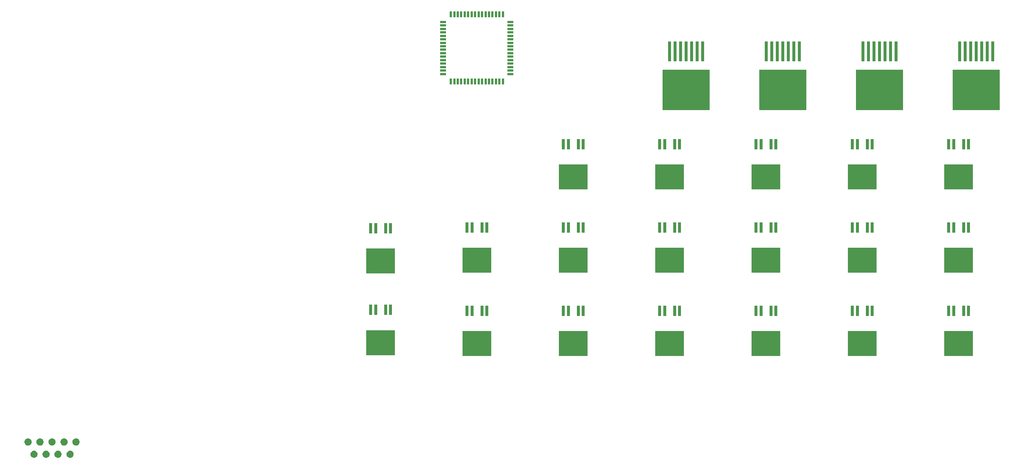
<source format=gtp>
G04*
G04 #@! TF.GenerationSoftware,Altium Limited,Altium Designer,18.1.7 (191)*
G04*
G04 Layer_Color=8421504*
%FSLAX44Y44*%
%MOMM*%
G71*
G01*
G75*
%ADD17R,1.4732X0.5080*%
%ADD18R,0.5080X1.4732*%
%ADD19R,0.8001X4.5999*%
%ADD20R,10.8001X9.3997*%
%ADD21R,0.8000X2.3500*%
%ADD22R,6.7000X5.7500*%
G36*
X2341728Y727142D02*
X2319528D01*
Y744542D01*
X2341728D01*
Y727142D01*
D02*
G37*
G36*
X2311928D02*
X2289728D01*
Y744542D01*
X2311928D01*
Y727142D01*
D02*
G37*
G36*
X2119932D02*
X2097732D01*
Y744542D01*
X2119932D01*
Y727142D01*
D02*
G37*
G36*
X2090132D02*
X2067932D01*
Y744542D01*
X2090132D01*
Y727142D01*
D02*
G37*
G36*
X1898137D02*
X1875937D01*
Y744542D01*
X1898137D01*
Y727142D01*
D02*
G37*
G36*
X1868337D02*
X1846137D01*
Y744542D01*
X1868337D01*
Y727142D01*
D02*
G37*
G36*
X1676341D02*
X1654141D01*
Y744542D01*
X1676341D01*
Y727142D01*
D02*
G37*
G36*
X1646541D02*
X1624341D01*
Y744542D01*
X1646541D01*
Y727142D01*
D02*
G37*
G36*
X1454546D02*
X1432346D01*
Y744542D01*
X1454546D01*
Y727142D01*
D02*
G37*
G36*
X1424746D02*
X1402546D01*
Y744542D01*
X1424746D01*
Y727142D01*
D02*
G37*
G36*
X2341728Y702142D02*
X2319528D01*
Y719542D01*
X2341728D01*
Y702142D01*
D02*
G37*
G36*
X2311928D02*
X2289728D01*
Y719542D01*
X2311928D01*
Y702142D01*
D02*
G37*
G36*
X2119932D02*
X2097732D01*
Y719542D01*
X2119932D01*
Y702142D01*
D02*
G37*
G36*
X2090132D02*
X2067932D01*
Y719542D01*
X2090132D01*
Y702142D01*
D02*
G37*
G36*
X1898137D02*
X1875937D01*
Y719542D01*
X1898137D01*
Y702142D01*
D02*
G37*
G36*
X1868337D02*
X1846137D01*
Y719542D01*
X1868337D01*
Y702142D01*
D02*
G37*
G36*
X1676341D02*
X1654141D01*
Y719542D01*
X1676341D01*
Y702142D01*
D02*
G37*
G36*
X1646541D02*
X1624341D01*
Y719542D01*
X1646541D01*
Y702142D01*
D02*
G37*
G36*
X1454546D02*
X1432346D01*
Y719542D01*
X1454546D01*
Y702142D01*
D02*
G37*
G36*
X1424746D02*
X1402546D01*
Y719542D01*
X1424746D01*
Y702142D01*
D02*
G37*
G36*
X2119932Y535190D02*
X2097732D01*
Y552590D01*
X2119932D01*
Y535190D01*
D02*
G37*
G36*
X2090132D02*
X2067932D01*
Y552590D01*
X2090132D01*
Y535190D01*
D02*
G37*
G36*
X1898137D02*
X1875937D01*
Y552590D01*
X1898137D01*
Y535190D01*
D02*
G37*
G36*
X1868337D02*
X1846137D01*
Y552590D01*
X1868337D01*
Y535190D01*
D02*
G37*
G36*
X1676341D02*
X1654141D01*
Y552590D01*
X1676341D01*
Y535190D01*
D02*
G37*
G36*
X1646541D02*
X1624341D01*
Y552590D01*
X1646541D01*
Y535190D01*
D02*
G37*
G36*
X1454546D02*
X1432346D01*
Y552590D01*
X1454546D01*
Y535190D01*
D02*
G37*
G36*
X1424746D02*
X1402546D01*
Y552590D01*
X1424746D01*
Y535190D01*
D02*
G37*
G36*
X1232750D02*
X1210550D01*
Y552590D01*
X1232750D01*
Y535190D01*
D02*
G37*
G36*
X1202950D02*
X1180750D01*
Y552590D01*
X1202950D01*
Y535190D01*
D02*
G37*
G36*
X2341728Y535190D02*
X2319528D01*
Y552590D01*
X2341728D01*
Y535190D01*
D02*
G37*
G36*
X2311928D02*
X2289728D01*
Y552590D01*
X2311928D01*
Y535190D01*
D02*
G37*
G36*
X1010955Y533238D02*
X988755D01*
Y550638D01*
X1010955D01*
Y533238D01*
D02*
G37*
G36*
X981154D02*
X958954D01*
Y550638D01*
X981154D01*
Y533238D01*
D02*
G37*
G36*
X2119932Y510190D02*
X2097732D01*
Y527590D01*
X2119932D01*
Y510190D01*
D02*
G37*
G36*
X2090132D02*
X2067932D01*
Y527590D01*
X2090132D01*
Y510190D01*
D02*
G37*
G36*
X1898137D02*
X1875937D01*
Y527590D01*
X1898137D01*
Y510190D01*
D02*
G37*
G36*
X1868337D02*
X1846137D01*
Y527590D01*
X1868337D01*
Y510190D01*
D02*
G37*
G36*
X1676341D02*
X1654141D01*
Y527590D01*
X1676341D01*
Y510190D01*
D02*
G37*
G36*
X1646541D02*
X1624341D01*
Y527590D01*
X1646541D01*
Y510190D01*
D02*
G37*
G36*
X1454546D02*
X1432346D01*
Y527590D01*
X1454546D01*
Y510190D01*
D02*
G37*
G36*
X1424746D02*
X1402546D01*
Y527590D01*
X1424746D01*
Y510190D01*
D02*
G37*
G36*
X1232750D02*
X1210550D01*
Y527590D01*
X1232750D01*
Y510190D01*
D02*
G37*
G36*
X1202950D02*
X1180750D01*
Y527590D01*
X1202950D01*
Y510190D01*
D02*
G37*
G36*
X2341728Y510190D02*
X2319528D01*
Y527590D01*
X2341728D01*
Y510190D01*
D02*
G37*
G36*
X2311928D02*
X2289728D01*
Y527590D01*
X2311928D01*
Y510190D01*
D02*
G37*
G36*
X1010955Y508238D02*
X988755D01*
Y525638D01*
X1010955D01*
Y508238D01*
D02*
G37*
G36*
X981154D02*
X958954D01*
Y525638D01*
X981154D01*
Y508238D01*
D02*
G37*
G36*
X1010955Y345190D02*
X988755D01*
Y362590D01*
X1010955D01*
Y345190D01*
D02*
G37*
G36*
X981154D02*
X958954D01*
Y362590D01*
X981154D01*
Y345190D01*
D02*
G37*
G36*
X2341728Y343238D02*
X2319528D01*
Y360638D01*
X2341728D01*
Y343238D01*
D02*
G37*
G36*
X2311928D02*
X2289728D01*
Y360638D01*
X2311928D01*
Y343238D01*
D02*
G37*
G36*
X2119932Y343238D02*
X2097732D01*
Y360638D01*
X2119932D01*
Y343238D01*
D02*
G37*
G36*
X2090132D02*
X2067932D01*
Y360638D01*
X2090132D01*
Y343238D01*
D02*
G37*
G36*
X1898137D02*
X1875937D01*
Y360638D01*
X1898137D01*
Y343238D01*
D02*
G37*
G36*
X1868337D02*
X1846137D01*
Y360638D01*
X1868337D01*
Y343238D01*
D02*
G37*
G36*
X1676341D02*
X1654141D01*
Y360638D01*
X1676341D01*
Y343238D01*
D02*
G37*
G36*
X1646541D02*
X1624341D01*
Y360638D01*
X1646541D01*
Y343238D01*
D02*
G37*
G36*
X1454546D02*
X1432346D01*
Y360638D01*
X1454546D01*
Y343238D01*
D02*
G37*
G36*
X1424746D02*
X1402546D01*
Y360638D01*
X1424746D01*
Y343238D01*
D02*
G37*
G36*
X1232750D02*
X1210550D01*
Y360638D01*
X1232750D01*
Y343238D01*
D02*
G37*
G36*
X1202950D02*
X1180750D01*
Y360638D01*
X1202950D01*
Y343238D01*
D02*
G37*
G36*
X1010955Y320190D02*
X988755D01*
Y337590D01*
X1010955D01*
Y320190D01*
D02*
G37*
G36*
X981154D02*
X958954D01*
Y337590D01*
X981154D01*
Y320190D01*
D02*
G37*
G36*
X2341728Y318238D02*
X2319528D01*
Y335638D01*
X2341728D01*
Y318238D01*
D02*
G37*
G36*
X2311928D02*
X2289728D01*
Y335638D01*
X2311928D01*
Y318238D01*
D02*
G37*
G36*
X2119932Y318238D02*
X2097732D01*
Y335638D01*
X2119932D01*
Y318238D01*
D02*
G37*
G36*
X2090132D02*
X2067932D01*
Y335638D01*
X2090132D01*
Y318238D01*
D02*
G37*
G36*
X1898137D02*
X1875937D01*
Y335638D01*
X1898137D01*
Y318238D01*
D02*
G37*
G36*
X1868337D02*
X1846137D01*
Y335638D01*
X1868337D01*
Y318238D01*
D02*
G37*
G36*
X1676341D02*
X1654141D01*
Y335638D01*
X1676341D01*
Y318238D01*
D02*
G37*
G36*
X1646541D02*
X1624341D01*
Y335638D01*
X1646541D01*
Y318238D01*
D02*
G37*
G36*
X1454546D02*
X1432346D01*
Y335638D01*
X1454546D01*
Y318238D01*
D02*
G37*
G36*
X1424746D02*
X1402546D01*
Y335638D01*
X1424746D01*
Y318238D01*
D02*
G37*
G36*
X1232750D02*
X1210550D01*
Y335638D01*
X1232750D01*
Y318238D01*
D02*
G37*
G36*
X1202950D02*
X1180750D01*
Y335638D01*
X1202950D01*
Y318238D01*
D02*
G37*
G36*
X285808Y120310D02*
X287816Y119479D01*
X289541Y118155D01*
X290864Y116431D01*
X291695Y114423D01*
X291979Y112268D01*
X291695Y110113D01*
X290864Y108105D01*
X289541Y106381D01*
X287816Y105057D01*
X285808Y104226D01*
X283653Y103942D01*
X281498Y104226D01*
X279490Y105057D01*
X277766Y106381D01*
X276442Y108105D01*
X275611Y110113D01*
X275327Y112268D01*
X275611Y114423D01*
X276442Y116431D01*
X277766Y118155D01*
X279490Y119479D01*
X281498Y120310D01*
X283653Y120594D01*
X285808Y120310D01*
D02*
G37*
G36*
X258122D02*
X260130Y119479D01*
X261854Y118155D01*
X263178Y116431D01*
X264009Y114423D01*
X264293Y112268D01*
X264009Y110113D01*
X263178Y108105D01*
X261854Y106381D01*
X260130Y105057D01*
X258122Y104226D01*
X255967Y103942D01*
X253812Y104226D01*
X251804Y105057D01*
X250079Y106381D01*
X248756Y108105D01*
X247924Y110113D01*
X247641Y112268D01*
X247924Y114423D01*
X248756Y116431D01*
X250079Y118155D01*
X251804Y119479D01*
X253812Y120310D01*
X255967Y120594D01*
X258122Y120310D01*
D02*
G37*
G36*
X230436D02*
X232444Y119479D01*
X234168Y118155D01*
X235492Y116431D01*
X236324Y114423D01*
X236607Y112268D01*
X236324Y110113D01*
X235492Y108105D01*
X234168Y106381D01*
X232444Y105057D01*
X230436Y104226D01*
X228281Y103942D01*
X226126Y104226D01*
X224118Y105057D01*
X222393Y106381D01*
X221070Y108105D01*
X220238Y110113D01*
X219955Y112268D01*
X220238Y114423D01*
X221070Y116431D01*
X222393Y118155D01*
X224118Y119479D01*
X226126Y120310D01*
X228281Y120594D01*
X230436Y120310D01*
D02*
G37*
G36*
X202750D02*
X204758Y119479D01*
X206483Y118155D01*
X207806Y116431D01*
X208638Y114423D01*
X208921Y112268D01*
X208638Y110113D01*
X207806Y108105D01*
X206483Y106381D01*
X204758Y105057D01*
X202750Y104226D01*
X200595Y103942D01*
X198440Y104226D01*
X196432Y105057D01*
X194708Y106381D01*
X193384Y108105D01*
X192553Y110113D01*
X192269Y112268D01*
X192553Y114423D01*
X193384Y116431D01*
X194708Y118155D01*
X196432Y119479D01*
X198440Y120310D01*
X200595Y120594D01*
X202750Y120310D01*
D02*
G37*
G36*
X175064D02*
X177072Y119479D01*
X178797Y118155D01*
X180120Y116431D01*
X180951Y114423D01*
X181235Y112268D01*
X180951Y110113D01*
X180120Y108105D01*
X178797Y106381D01*
X177072Y105057D01*
X175064Y104226D01*
X172909Y103942D01*
X170754Y104226D01*
X168746Y105057D01*
X167022Y106381D01*
X165698Y108105D01*
X164867Y110113D01*
X164583Y112268D01*
X164867Y114423D01*
X165698Y116431D01*
X167022Y118155D01*
X168746Y119479D01*
X170754Y120310D01*
X172909Y120594D01*
X175064Y120310D01*
D02*
G37*
G36*
X271965Y91862D02*
X273973Y91031D01*
X275697Y89707D01*
X277021Y87983D01*
X277852Y85975D01*
X278136Y83820D01*
X277852Y81665D01*
X277021Y79657D01*
X275697Y77933D01*
X273973Y76609D01*
X271965Y75778D01*
X269810Y75494D01*
X267655Y75778D01*
X265647Y76609D01*
X263923Y77933D01*
X262599Y79657D01*
X261768Y81665D01*
X261484Y83820D01*
X261768Y85975D01*
X262599Y87983D01*
X263923Y89707D01*
X265647Y91031D01*
X267655Y91862D01*
X269810Y92146D01*
X271965Y91862D01*
D02*
G37*
G36*
X244279D02*
X246287Y91031D01*
X248011Y89707D01*
X249335Y87983D01*
X250166Y85975D01*
X250450Y83820D01*
X250166Y81665D01*
X249335Y79657D01*
X248011Y77933D01*
X246287Y76609D01*
X244279Y75778D01*
X242124Y75494D01*
X239969Y75778D01*
X237961Y76609D01*
X236236Y77933D01*
X234913Y79657D01*
X234081Y81665D01*
X233798Y83820D01*
X234081Y85975D01*
X234913Y87983D01*
X236236Y89707D01*
X237961Y91031D01*
X239969Y91862D01*
X242124Y92146D01*
X244279Y91862D01*
D02*
G37*
G36*
X216593D02*
X218601Y91031D01*
X220326Y89707D01*
X221649Y87983D01*
X222481Y85975D01*
X222764Y83820D01*
X222481Y81665D01*
X221649Y79657D01*
X220326Y77933D01*
X218601Y76609D01*
X216593Y75778D01*
X214438Y75494D01*
X212283Y75778D01*
X210275Y76609D01*
X208550Y77933D01*
X207227Y79657D01*
X206395Y81665D01*
X206112Y83820D01*
X206395Y85975D01*
X207227Y87983D01*
X208550Y89707D01*
X210275Y91031D01*
X212283Y91862D01*
X214438Y92146D01*
X216593Y91862D01*
D02*
G37*
G36*
X188907D02*
X190915Y91031D01*
X192640Y89707D01*
X193963Y87983D01*
X194795Y85975D01*
X195078Y83820D01*
X194795Y81665D01*
X193963Y79657D01*
X192640Y77933D01*
X190915Y76609D01*
X188907Y75778D01*
X186752Y75494D01*
X184597Y75778D01*
X182589Y76609D01*
X180865Y77933D01*
X179541Y79657D01*
X178710Y81665D01*
X178426Y83820D01*
X178710Y85975D01*
X179541Y87983D01*
X180865Y89707D01*
X182589Y91031D01*
X184597Y91862D01*
X186752Y92146D01*
X188907Y91862D01*
D02*
G37*
D17*
X1129031Y961080D02*
D03*
Y969080D02*
D03*
Y977080D02*
D03*
Y985080D02*
D03*
Y993080D02*
D03*
Y1001080D02*
D03*
Y1009080D02*
D03*
Y1017080D02*
D03*
Y1025080D02*
D03*
Y1033080D02*
D03*
Y1041080D02*
D03*
Y1049080D02*
D03*
Y1057080D02*
D03*
Y1065080D02*
D03*
Y1073080D02*
D03*
Y1081080D02*
D03*
X1283970D02*
D03*
Y1073080D02*
D03*
Y1065080D02*
D03*
Y1057080D02*
D03*
Y1049080D02*
D03*
Y1041080D02*
D03*
Y1033080D02*
D03*
Y1025080D02*
D03*
Y1017080D02*
D03*
Y1009080D02*
D03*
Y1001080D02*
D03*
Y993080D02*
D03*
Y985080D02*
D03*
Y977080D02*
D03*
Y969080D02*
D03*
Y961080D02*
D03*
D18*
X1146500Y1098550D02*
D03*
X1154500D02*
D03*
X1162500D02*
D03*
X1170500D02*
D03*
X1178501D02*
D03*
X1186501D02*
D03*
X1194501D02*
D03*
X1202501D02*
D03*
X1210500D02*
D03*
X1218501D02*
D03*
X1226500D02*
D03*
X1234501D02*
D03*
X1242501D02*
D03*
X1250500D02*
D03*
X1258500D02*
D03*
X1266500D02*
D03*
Y943610D02*
D03*
X1258500D02*
D03*
X1250500D02*
D03*
X1242501D02*
D03*
X1234501D02*
D03*
X1226500D02*
D03*
X1218501D02*
D03*
X1210500D02*
D03*
X1202501D02*
D03*
X1194501D02*
D03*
X1186501D02*
D03*
X1178501D02*
D03*
X1170500D02*
D03*
X1162500D02*
D03*
X1154500D02*
D03*
X1146500D02*
D03*
D19*
X2318610Y1013601D02*
D03*
X2331310D02*
D03*
X2369410D02*
D03*
X2344010D02*
D03*
X2356710D02*
D03*
X2382110D02*
D03*
X2394810D02*
D03*
X2095947D02*
D03*
X2108647D02*
D03*
X2146747D02*
D03*
X2121347D02*
D03*
X2134047D02*
D03*
X2159447D02*
D03*
X2172147D02*
D03*
X1873282D02*
D03*
X1885983D02*
D03*
X1924082D02*
D03*
X1898683D02*
D03*
X1911382D02*
D03*
X1936783D02*
D03*
X1949483D02*
D03*
X1726819D02*
D03*
X1714119D02*
D03*
X1688719D02*
D03*
X1676019D02*
D03*
X1701419D02*
D03*
X1663319D02*
D03*
X1650619D02*
D03*
D20*
X2356710Y924600D02*
D03*
X2134047D02*
D03*
X1911382D02*
D03*
X1688719D02*
D03*
D21*
X1229550Y414938D02*
D03*
X1218150D02*
D03*
X1195350D02*
D03*
X1183950D02*
D03*
X1673141Y606890D02*
D03*
X1661741D02*
D03*
X1638941D02*
D03*
X1627541D02*
D03*
X1451346Y798842D02*
D03*
X1439946D02*
D03*
X1417146D02*
D03*
X1405746D02*
D03*
X1451346Y606890D02*
D03*
X1439946D02*
D03*
X1417146D02*
D03*
X1405746D02*
D03*
X2071132Y798842D02*
D03*
X2082532D02*
D03*
X2105332D02*
D03*
X2116732D02*
D03*
X1849337Y606890D02*
D03*
X1860737D02*
D03*
X1883537D02*
D03*
X1894937D02*
D03*
X1627541Y798842D02*
D03*
X1638941D02*
D03*
X1661741D02*
D03*
X1673141D02*
D03*
X2071132Y414937D02*
D03*
X2082532D02*
D03*
X2105332D02*
D03*
X2116732D02*
D03*
Y606890D02*
D03*
X2105332D02*
D03*
X2082532D02*
D03*
X2071132D02*
D03*
X1849337Y414937D02*
D03*
X1860737D02*
D03*
X1883537D02*
D03*
X1894937D02*
D03*
X1849337Y798842D02*
D03*
X1860737D02*
D03*
X1883537D02*
D03*
X1894937D02*
D03*
X1007755Y416890D02*
D03*
X996355D02*
D03*
X973555D02*
D03*
X962154D02*
D03*
X1007755Y604938D02*
D03*
X996355D02*
D03*
X973555D02*
D03*
X962154D02*
D03*
X1451346Y414938D02*
D03*
X1439946D02*
D03*
X1417146D02*
D03*
X1405746D02*
D03*
X1229550Y606890D02*
D03*
X1218150D02*
D03*
X1195350D02*
D03*
X1183950D02*
D03*
X1673141Y414937D02*
D03*
X1661741D02*
D03*
X1638941D02*
D03*
X1627541D02*
D03*
X2292928Y798842D02*
D03*
X2304328D02*
D03*
X2327128D02*
D03*
X2338528D02*
D03*
X2292928Y414938D02*
D03*
X2304328D02*
D03*
X2327128D02*
D03*
X2338528D02*
D03*
X2292928Y606890D02*
D03*
X2304328D02*
D03*
X2327128D02*
D03*
X2338528D02*
D03*
D22*
X1206750Y339438D02*
D03*
X1650341Y531390D02*
D03*
X1428546Y723342D02*
D03*
Y531390D02*
D03*
X2093932Y723342D02*
D03*
X1872137Y531390D02*
D03*
X1650341Y723342D02*
D03*
X2093932Y339437D02*
D03*
Y531390D02*
D03*
X1872137Y339437D02*
D03*
Y723342D02*
D03*
X984955Y341390D02*
D03*
Y529438D02*
D03*
X1428546Y339438D02*
D03*
X1206750Y531390D02*
D03*
X1650341Y339437D02*
D03*
X2315728Y723342D02*
D03*
Y339438D02*
D03*
Y531390D02*
D03*
M02*

</source>
